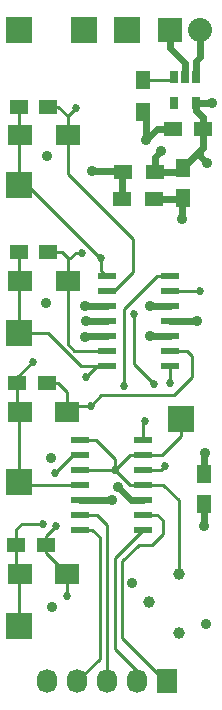
<source format=gtl>
G04 #@! TF.FileFunction,Copper,L1,Top,Signal*
%FSLAX46Y46*%
G04 Gerber Fmt 4.6, Leading zero omitted, Abs format (unit mm)*
G04 Created by KiCad (PCBNEW 0.201505262310+5684~23~ubuntu14.04.1-product) date Mon 01 Jun 2015 21:54:35 CEST*
%MOMM*%
G01*
G04 APERTURE LIST*
%ADD10C,0.100000*%
%ADD11R,1.500000X1.250000*%
%ADD12R,1.250000X1.500000*%
%ADD13R,2.032000X2.032000*%
%ADD14O,2.032000X2.032000*%
%ADD15R,2.235200X2.235200*%
%ADD16R,1.727200X2.032000*%
%ADD17O,1.727200X2.032000*%
%ADD18R,1.500000X1.300000*%
%ADD19R,1.300000X1.500000*%
%ADD20R,2.000000X1.700000*%
%ADD21R,0.650000X1.060000*%
%ADD22R,1.500000X0.600000*%
%ADD23C,1.000000*%
%ADD24C,0.889000*%
%ADD25C,0.685800*%
%ADD26C,0.609600*%
%ADD27C,0.254000*%
G04 APERTURE END LIST*
D10*
D11*
X85578000Y-86360000D03*
X83078000Y-86360000D03*
X69997000Y-84455000D03*
X72497000Y-84455000D03*
D12*
X83870800Y-92182000D03*
X83870800Y-89682000D03*
X85661500Y-115590000D03*
X85661500Y-118090000D03*
D11*
X69997000Y-96774000D03*
X72497000Y-96774000D03*
X69870000Y-107899200D03*
X72370000Y-107899200D03*
X69806500Y-121539000D03*
X72306500Y-121539000D03*
D13*
X82804000Y-77978000D03*
D14*
X85344000Y-77978000D03*
D15*
X69977000Y-77978000D03*
X75539600Y-77978000D03*
X79121000Y-77978000D03*
D16*
X82550000Y-133096000D03*
D17*
X80010000Y-133096000D03*
X77470000Y-133096000D03*
X74930000Y-133096000D03*
X72390000Y-133096000D03*
D15*
X69977000Y-91059000D03*
X69977000Y-103632000D03*
X69977000Y-116205000D03*
X69977000Y-128397000D03*
D18*
X81512400Y-90017600D03*
X78812400Y-90017600D03*
X78761600Y-92252800D03*
X81461600Y-92252800D03*
D19*
X80518000Y-82216000D03*
X80518000Y-84916000D03*
D20*
X70136000Y-86868000D03*
X74136000Y-86868000D03*
X70136000Y-99187000D03*
X74136000Y-99187000D03*
X70085200Y-110286800D03*
X74085200Y-110286800D03*
X70072500Y-124015500D03*
X74072500Y-124015500D03*
D21*
X85024000Y-81958000D03*
X84074000Y-81958000D03*
X83124000Y-81958000D03*
X83124000Y-84158000D03*
X85024000Y-84158000D03*
D22*
X77437000Y-98806000D03*
X77437000Y-100076000D03*
X77437000Y-101346000D03*
X77437000Y-102616000D03*
X77437000Y-103886000D03*
X77437000Y-105156000D03*
X77437000Y-106426000D03*
X82837000Y-106426000D03*
X82837000Y-105156000D03*
X82837000Y-103886000D03*
X82837000Y-102616000D03*
X82837000Y-101346000D03*
X82837000Y-100076000D03*
X82837000Y-98806000D03*
X80551000Y-120269000D03*
X80551000Y-118999000D03*
X80551000Y-117729000D03*
X80551000Y-116459000D03*
X80551000Y-115189000D03*
X80551000Y-113919000D03*
X80551000Y-112649000D03*
X75151000Y-112649000D03*
X75151000Y-113919000D03*
X75151000Y-115189000D03*
X75151000Y-116459000D03*
X75151000Y-117729000D03*
X75151000Y-118999000D03*
X75151000Y-120269000D03*
D23*
X83566000Y-123992000D03*
X81066000Y-126392000D03*
X83566000Y-128992000D03*
D15*
X83705700Y-110947200D03*
D24*
X85852000Y-128270000D03*
X83820000Y-93980000D03*
X80772000Y-87249000D03*
X85090000Y-102616000D03*
X77851000Y-117792500D03*
X85788500Y-113792000D03*
X78422500Y-116649500D03*
X75692000Y-102616000D03*
X82003900Y-88226900D03*
X86354920Y-84160360D03*
X85973920Y-89214960D03*
X79603600Y-124754640D03*
X85664040Y-119948960D03*
D25*
X82397600Y-114858800D03*
X81445100Y-107937300D03*
X79717900Y-102006400D03*
X76962000Y-97307400D03*
X74803000Y-84582000D03*
X75692000Y-107340400D03*
X80645000Y-111099600D03*
X75311000Y-96837500D03*
X82842100Y-107873800D03*
X71183500Y-106045000D03*
X76073000Y-109791500D03*
X72072500Y-119761000D03*
X73025000Y-115443000D03*
X78905100Y-108089700D03*
X74104500Y-125857000D03*
X73152000Y-120002300D03*
X85318600Y-100076000D03*
D24*
X76200000Y-89916000D03*
X81089500Y-101346000D03*
X75628500Y-101346000D03*
X72263000Y-101092000D03*
X72390000Y-88646000D03*
X81089500Y-103886000D03*
X75628500Y-103949500D03*
X72834500Y-126809500D03*
X72707500Y-114236500D03*
D25*
X78168500Y-115189000D03*
D26*
X85024000Y-80584000D02*
X85344000Y-80264000D01*
X85344000Y-80264000D02*
X85344000Y-77978000D01*
X85024000Y-81958000D02*
X85024000Y-80584000D01*
X84074000Y-80772000D02*
X82804000Y-79502000D01*
X82804000Y-79502000D02*
X82804000Y-77978000D01*
X84074000Y-81958000D02*
X84074000Y-80772000D01*
X83820000Y-92272800D02*
X83820000Y-93980000D01*
X83800000Y-92252800D02*
X83820000Y-92272800D01*
X81461600Y-92252800D02*
X83800000Y-92252800D01*
X80772000Y-85170000D02*
X80518000Y-84916000D01*
X81661000Y-86360000D02*
X83078000Y-86360000D01*
X81661000Y-86360000D02*
X80772000Y-87249000D01*
X80772000Y-85170000D02*
X80772000Y-87249000D01*
X82837000Y-102616000D02*
X85090000Y-102616000D01*
X77787500Y-117729000D02*
X77851000Y-117792500D01*
X75151000Y-117729000D02*
X77787500Y-117729000D01*
X85661500Y-113919000D02*
X85788500Y-113792000D01*
X85661500Y-115590000D02*
X85661500Y-113919000D01*
X83535200Y-90017600D02*
X85384640Y-88168160D01*
X81512400Y-90017600D02*
X83535200Y-90017600D01*
X79502000Y-117729000D02*
X78422500Y-116649500D01*
X80551000Y-117729000D02*
X79502000Y-117729000D01*
X77437000Y-102616000D02*
X75692000Y-102616000D01*
X81512400Y-88718400D02*
X82003900Y-88226900D01*
X81512400Y-90017600D02*
X81512400Y-88718400D01*
X86352560Y-84158000D02*
X86354920Y-84160360D01*
X85024000Y-84158000D02*
X86352560Y-84158000D01*
X85384640Y-88625680D02*
X85973920Y-89214960D01*
X85384640Y-88168160D02*
X85384640Y-88625680D01*
X85024000Y-84820800D02*
X85578000Y-85374800D01*
X85578000Y-85374800D02*
X85578000Y-86360000D01*
X85024000Y-84158000D02*
X85024000Y-84820800D01*
X85578000Y-87974800D02*
X85384640Y-88168160D01*
X85578000Y-86360000D02*
X85578000Y-87974800D01*
X85661500Y-119946420D02*
X85664040Y-119948960D01*
X85661500Y-118090000D02*
X85661500Y-119946420D01*
D27*
X69977000Y-86749000D02*
X69977000Y-91059000D01*
X69997000Y-86729000D02*
X69977000Y-86749000D01*
X69997000Y-84455000D02*
X69997000Y-86729000D01*
X76974700Y-97320100D02*
X76974700Y-98343700D01*
X76974700Y-98343700D02*
X77437000Y-98806000D01*
X70713600Y-91059000D02*
X76974700Y-97320100D01*
X69977000Y-91059000D02*
X70713600Y-91059000D01*
X82067400Y-115189000D02*
X82397600Y-114858800D01*
X81445100Y-107937300D02*
X79717900Y-106210100D01*
X79717900Y-106210100D02*
X79717900Y-102006400D01*
X76962000Y-97307400D02*
X76974700Y-97320100D01*
X80551000Y-115189000D02*
X82067400Y-115189000D01*
X73342500Y-84455000D02*
X74136000Y-85248500D01*
X74136000Y-85248500D02*
X74136000Y-86868000D01*
X72497000Y-84455000D02*
X73342500Y-84455000D01*
X74136000Y-85249000D02*
X74803000Y-84582000D01*
X74136000Y-86868000D02*
X74136000Y-85249000D01*
X74136000Y-90138000D02*
X74136000Y-86868000D01*
X79705200Y-95707200D02*
X74136000Y-90138000D01*
X79705200Y-98450400D02*
X79705200Y-95707200D01*
X78079600Y-100076000D02*
X79705200Y-98450400D01*
X77437000Y-100076000D02*
X78079600Y-100076000D01*
X69977000Y-99068000D02*
X69977000Y-103632000D01*
X69997000Y-99048000D02*
X69977000Y-99068000D01*
X69997000Y-96774000D02*
X69997000Y-99048000D01*
X75247500Y-106426000D02*
X72453500Y-103632000D01*
X72453500Y-103632000D02*
X69977000Y-103632000D01*
X77437000Y-106426000D02*
X75247500Y-106426000D01*
X75692000Y-107340400D02*
X76606400Y-106426000D01*
X76606400Y-106426000D02*
X77437000Y-106426000D01*
X80551000Y-112649000D02*
X80551000Y-111193600D01*
X80551000Y-111193600D02*
X80645000Y-111099600D01*
X73660000Y-96774000D02*
X74136000Y-97250000D01*
X74136000Y-97282000D02*
X74136000Y-99187000D01*
X74136000Y-97250000D02*
X74136000Y-97282000D01*
X72497000Y-96774000D02*
X73660000Y-96774000D01*
X74358500Y-97282000D02*
X74803000Y-96837500D01*
X74803000Y-96837500D02*
X75311000Y-96837500D01*
X74136000Y-97282000D02*
X74358500Y-97282000D01*
X74695924Y-105156000D02*
X74136000Y-104596076D01*
X74136000Y-104596076D02*
X74136000Y-99187000D01*
X77437000Y-105156000D02*
X74695924Y-105156000D01*
X69977000Y-110178600D02*
X69977000Y-116205000D01*
X69870000Y-110071600D02*
X69977000Y-110178600D01*
X69870000Y-107899200D02*
X69870000Y-110071600D01*
X70231000Y-116459000D02*
X69977000Y-116205000D01*
X75151000Y-116459000D02*
X70231000Y-116459000D01*
X69870000Y-107358500D02*
X69870000Y-107899200D01*
X82837000Y-107868700D02*
X82842100Y-107873800D01*
X71183500Y-106045000D02*
X69870000Y-107358500D01*
X82837000Y-106426000D02*
X82837000Y-107868700D01*
X74580500Y-109791500D02*
X76073000Y-109791500D01*
X74085200Y-110286800D02*
X74580500Y-109791500D01*
X73355200Y-107899200D02*
X74085200Y-108629200D01*
X74085200Y-108629200D02*
X74085200Y-110286800D01*
X72370000Y-107899200D02*
X73355200Y-107899200D01*
X84277200Y-105156000D02*
X84670900Y-105549700D01*
X84670900Y-105549700D02*
X84670900Y-107365800D01*
X84670900Y-107365800D02*
X83159600Y-108877100D01*
X83159600Y-108877100D02*
X76987400Y-108877100D01*
X76987400Y-108877100D02*
X76073000Y-109791500D01*
X82837000Y-105156000D02*
X84277200Y-105156000D01*
X69977000Y-123920000D02*
X69977000Y-128397000D01*
X69806500Y-123749500D02*
X69977000Y-123920000D01*
X69806500Y-121539000D02*
X69806500Y-123749500D01*
X69806500Y-120249000D02*
X69806500Y-121539000D01*
X70231000Y-119824500D02*
X69806500Y-120249000D01*
X72009000Y-119824500D02*
X70231000Y-119824500D01*
X72072500Y-119761000D02*
X72009000Y-119824500D01*
X74549000Y-113919000D02*
X73025000Y-115443000D01*
X75151000Y-113919000D02*
X74549000Y-113919000D01*
X81711800Y-98806000D02*
X78905100Y-101612700D01*
X78905100Y-101612700D02*
X78905100Y-108089700D01*
X82837000Y-98806000D02*
X81711800Y-98806000D01*
X74072500Y-125825000D02*
X74104500Y-125857000D01*
X74072500Y-124015500D02*
X74072500Y-125825000D01*
X72306500Y-122249500D02*
X74072500Y-124015500D01*
X72306500Y-121539000D02*
X72306500Y-122249500D01*
X72306500Y-120847800D02*
X73152000Y-120002300D01*
X72306500Y-121539000D02*
X72306500Y-120847800D01*
X85318600Y-100076000D02*
X82837000Y-100076000D01*
D26*
X78609200Y-89916000D02*
X76200000Y-89916000D01*
X78761600Y-90068400D02*
X78609200Y-89916000D01*
X78761600Y-92252800D02*
X78761600Y-90068400D01*
X82837000Y-101346000D02*
X81089500Y-101346000D01*
X77437000Y-101346000D02*
X75628500Y-101346000D01*
X82837000Y-103886000D02*
X81089500Y-103886000D01*
X75692000Y-103886000D02*
X75628500Y-103949500D01*
X77437000Y-103886000D02*
X75692000Y-103886000D01*
D27*
X82866000Y-82216000D02*
X83124000Y-81958000D01*
X80518000Y-82216000D02*
X82866000Y-82216000D01*
X80614500Y-113982500D02*
X80551000Y-113919000D01*
X79438500Y-113919000D02*
X78168500Y-115189000D01*
X78168500Y-115189000D02*
X75151000Y-115189000D01*
X80551000Y-116459000D02*
X79438500Y-116459000D01*
X79438500Y-116459000D02*
X78168500Y-115189000D01*
X80551000Y-113919000D02*
X79438500Y-113919000D01*
X76517500Y-112649000D02*
X78168500Y-114300000D01*
X78168500Y-114300000D02*
X78168500Y-115189000D01*
X75151000Y-112649000D02*
X76517500Y-112649000D01*
X83705700Y-112331500D02*
X82118200Y-113919000D01*
X82118200Y-113919000D02*
X80551000Y-113919000D01*
X83705700Y-110947200D02*
X83705700Y-112331500D01*
X83566000Y-117784880D02*
X82240120Y-116459000D01*
X82240120Y-116459000D02*
X80551000Y-116459000D01*
X83566000Y-123992000D02*
X83566000Y-117784880D01*
X81711800Y-118999000D02*
X80551000Y-118999000D01*
X82174080Y-119461280D02*
X81711800Y-118999000D01*
X82174080Y-120639840D02*
X82174080Y-119461280D01*
X81280000Y-121533920D02*
X82174080Y-120639840D01*
X80182720Y-121533920D02*
X81280000Y-121533920D01*
X78760320Y-122956320D02*
X80182720Y-121533920D01*
X78760320Y-129479040D02*
X78760320Y-122956320D01*
X82377280Y-133096000D02*
X78760320Y-129479040D01*
X82550000Y-133096000D02*
X82377280Y-133096000D01*
X78145640Y-122674360D02*
X80551000Y-120269000D01*
X78145640Y-130418840D02*
X78145640Y-122674360D01*
X80010000Y-132283200D02*
X78145640Y-130418840D01*
X80010000Y-133096000D02*
X80010000Y-132283200D01*
X77470000Y-119888000D02*
X76581000Y-118999000D01*
X76581000Y-118999000D02*
X75151000Y-118999000D01*
X77470000Y-133096000D02*
X77470000Y-119888000D01*
X76200000Y-120269000D02*
X76835000Y-120904000D01*
X76835000Y-120904000D02*
X76835000Y-131191000D01*
X76835000Y-131191000D02*
X74930000Y-133096000D01*
X75151000Y-120269000D02*
X76200000Y-120269000D01*
M02*

</source>
